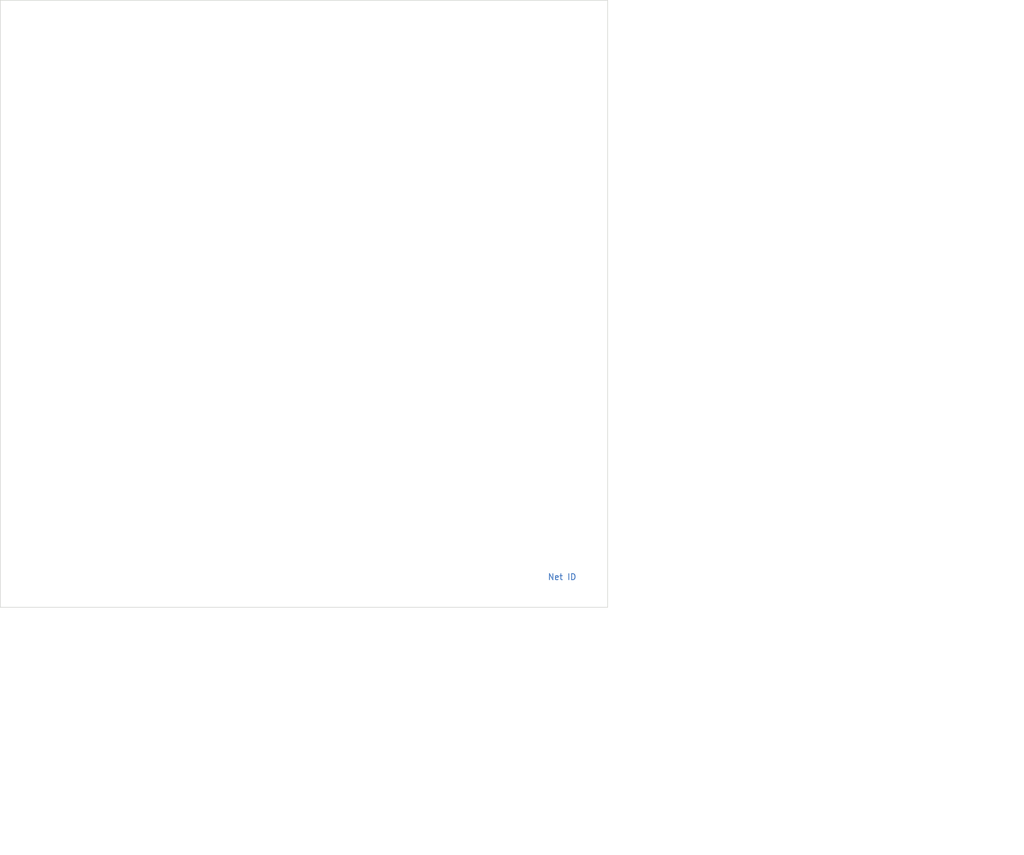
<source format=kicad_pcb>
(kicad_pcb (version 20211014) (generator pcbnew)

  (general
    (thickness 1.6)
  )

  (paper "A4")
  (layers
    (0 "F.Cu" signal)
    (31 "B.Cu" signal)
    (32 "B.Adhes" user "B.Adhesive")
    (33 "F.Adhes" user "F.Adhesive")
    (34 "B.Paste" user)
    (35 "F.Paste" user)
    (36 "B.SilkS" user "B.Silkscreen")
    (37 "F.SilkS" user "F.Silkscreen")
    (38 "B.Mask" user)
    (39 "F.Mask" user)
    (40 "Dwgs.User" user "User.Drawings")
    (41 "Cmts.User" user "User.Comments")
    (42 "Eco1.User" user "User.Eco1")
    (43 "Eco2.User" user "User.Eco2")
    (44 "Edge.Cuts" user)
    (45 "Margin" user)
    (46 "B.CrtYd" user "B.Courtyard")
    (47 "F.CrtYd" user "F.Courtyard")
    (48 "B.Fab" user)
    (49 "F.Fab" user)
    (50 "User.1" user)
    (51 "User.2" user)
    (52 "User.3" user)
    (53 "User.4" user)
    (54 "User.5" user)
    (55 "User.6" user)
    (56 "User.7" user)
    (57 "User.8" user)
    (58 "User.9" user)
  )

  (setup
    (pad_to_mask_clearance 0)
    (pcbplotparams
      (layerselection 0x00010fc_ffffffff)
      (disableapertmacros false)
      (usegerberextensions false)
      (usegerberattributes true)
      (usegerberadvancedattributes true)
      (creategerberjobfile true)
      (svguseinch false)
      (svgprecision 6)
      (excludeedgelayer true)
      (plotframeref false)
      (viasonmask false)
      (mode 1)
      (useauxorigin false)
      (hpglpennumber 1)
      (hpglpenspeed 20)
      (hpglpendiameter 15.000000)
      (dxfpolygonmode true)
      (dxfimperialunits true)
      (dxfusepcbnewfont true)
      (psnegative false)
      (psa4output false)
      (plotreference true)
      (plotvalue true)
      (plotinvisibletext false)
      (sketchpadsonfab false)
      (subtractmaskfromsilk false)
      (outputformat 1)
      (mirror false)
      (drillshape 1)
      (scaleselection 1)
      (outputdirectory "")
    )
  )

  (net 0 "")

  (gr_rect (start 101.6 50.8) (end 203.2 152.4) (layer "Edge.Cuts") (width 0.1) (fill none) (tstamp 1fa508ef-df83-4c99-846b-9acf535b3ad9))
  (gr_text "Net ID" (at 195.58 147.32) (layer "B.Cu") (tstamp 3249bd81-9fd4-4194-9b4f-2e333b2195b8)
    (effects (font (size 1 1) (thickness 0.15)))
  )
  (gr_text "Insert Date Here" (at 213.36 193.04) (layer "User.1") (tstamp 89c0bc4d-eee5-4a77-ac35-d30b35db5cbe)
    (effects (font (size 1 1) (thickness 0.15)))
  )
  (gr_text "Duke BME Project Template" (at 198.12 190.5) (layer "User.1") (tstamp be645d0f-8568-47a0-a152-e3ddd33563eb)
    (effects (font (size 1 1) (thickness 0.15)))
  )
  (gr_text "00" (at 271.78 193.04) (layer "User.1") (tstamp c8b6b273-3d20-4a46-8069-f6d608563604)
    (effects (font (size 1 1) (thickness 0.15)))
  )

)

</source>
